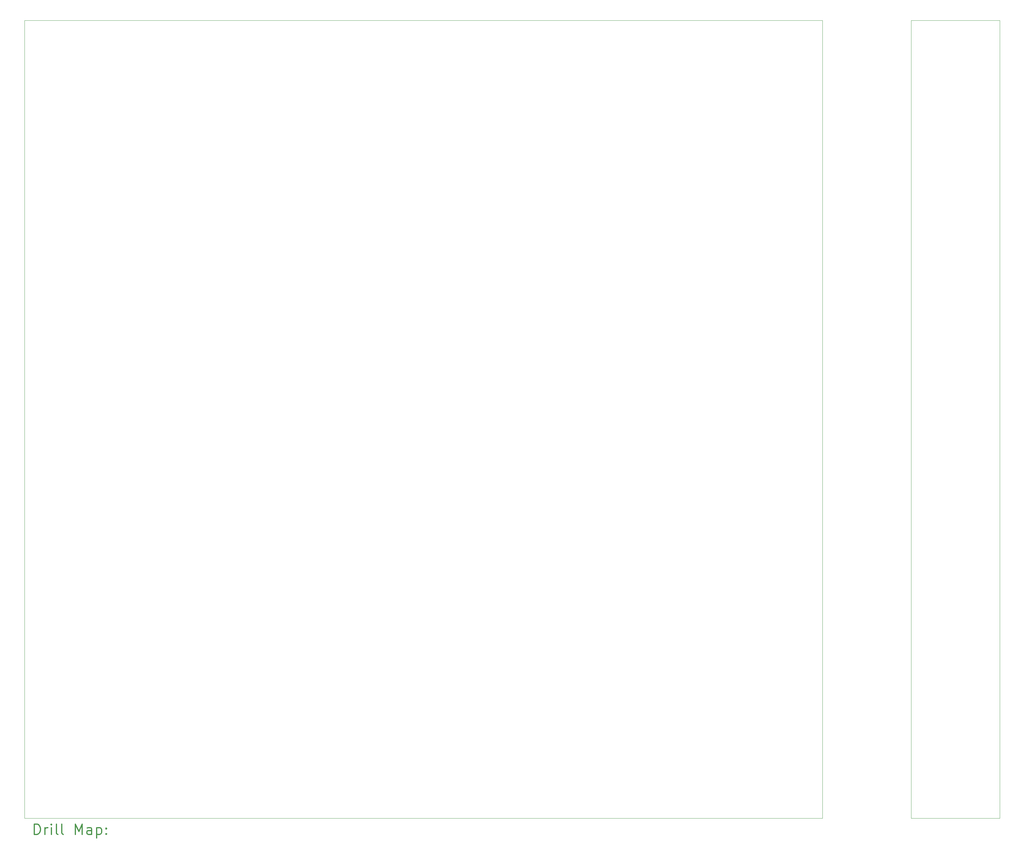
<source format=gbr>
%FSLAX45Y45*%
G04 Gerber Fmt 4.5, Leading zero omitted, Abs format (unit mm)*
G04 Created by KiCad (PCBNEW (5.1.4)-1) date 2020-04-23 20:30:22*
%MOMM*%
%LPD*%
G04 APERTURE LIST*
%ADD10C,0.050000*%
%ADD11C,0.200000*%
%ADD12C,0.300000*%
G04 APERTURE END LIST*
D10*
X26670000Y-24130000D02*
X26670000Y-1270000D01*
X29210000Y-24130000D02*
X26670000Y-24130000D01*
X29210000Y-1270000D02*
X29210000Y-24130000D01*
X26670000Y-1270000D02*
X29210000Y-1270000D01*
X1270000Y-24130000D02*
X1270000Y-1270000D01*
X24130000Y-24130000D02*
X1270000Y-24130000D01*
X24130000Y-1270000D02*
X24130000Y-24130000D01*
X1270000Y-1270000D02*
X24130000Y-1270000D01*
D11*
D12*
X1553928Y-24598214D02*
X1553928Y-24298214D01*
X1625357Y-24298214D01*
X1668214Y-24312500D01*
X1696786Y-24341071D01*
X1711071Y-24369643D01*
X1725357Y-24426786D01*
X1725357Y-24469643D01*
X1711071Y-24526786D01*
X1696786Y-24555357D01*
X1668214Y-24583929D01*
X1625357Y-24598214D01*
X1553928Y-24598214D01*
X1853928Y-24598214D02*
X1853928Y-24398214D01*
X1853928Y-24455357D02*
X1868214Y-24426786D01*
X1882500Y-24412500D01*
X1911071Y-24398214D01*
X1939643Y-24398214D01*
X2039643Y-24598214D02*
X2039643Y-24398214D01*
X2039643Y-24298214D02*
X2025357Y-24312500D01*
X2039643Y-24326786D01*
X2053928Y-24312500D01*
X2039643Y-24298214D01*
X2039643Y-24326786D01*
X2225357Y-24598214D02*
X2196786Y-24583929D01*
X2182500Y-24555357D01*
X2182500Y-24298214D01*
X2382500Y-24598214D02*
X2353928Y-24583929D01*
X2339643Y-24555357D01*
X2339643Y-24298214D01*
X2725357Y-24598214D02*
X2725357Y-24298214D01*
X2825357Y-24512500D01*
X2925357Y-24298214D01*
X2925357Y-24598214D01*
X3196786Y-24598214D02*
X3196786Y-24441071D01*
X3182500Y-24412500D01*
X3153928Y-24398214D01*
X3096786Y-24398214D01*
X3068214Y-24412500D01*
X3196786Y-24583929D02*
X3168214Y-24598214D01*
X3096786Y-24598214D01*
X3068214Y-24583929D01*
X3053928Y-24555357D01*
X3053928Y-24526786D01*
X3068214Y-24498214D01*
X3096786Y-24483929D01*
X3168214Y-24483929D01*
X3196786Y-24469643D01*
X3339643Y-24398214D02*
X3339643Y-24698214D01*
X3339643Y-24412500D02*
X3368214Y-24398214D01*
X3425357Y-24398214D01*
X3453928Y-24412500D01*
X3468214Y-24426786D01*
X3482500Y-24455357D01*
X3482500Y-24541071D01*
X3468214Y-24569643D01*
X3453928Y-24583929D01*
X3425357Y-24598214D01*
X3368214Y-24598214D01*
X3339643Y-24583929D01*
X3611071Y-24569643D02*
X3625357Y-24583929D01*
X3611071Y-24598214D01*
X3596786Y-24583929D01*
X3611071Y-24569643D01*
X3611071Y-24598214D01*
X3611071Y-24412500D02*
X3625357Y-24426786D01*
X3611071Y-24441071D01*
X3596786Y-24426786D01*
X3611071Y-24412500D01*
X3611071Y-24441071D01*
M02*

</source>
